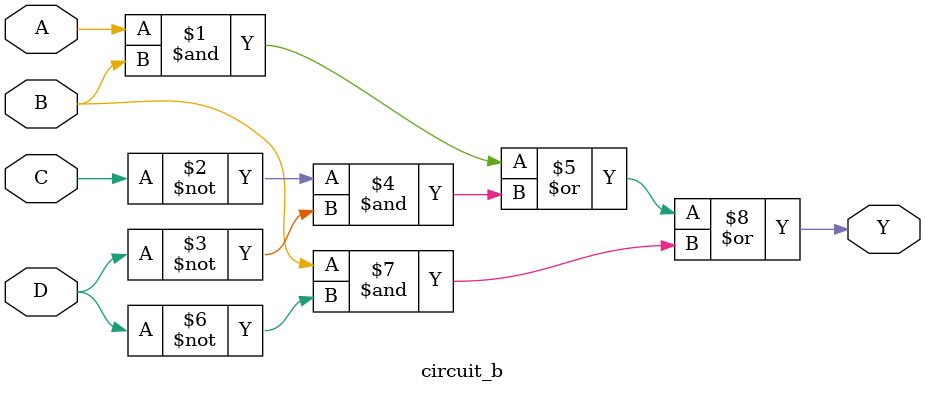
<source format=v>
module circuit_b (
    input A,B,C,D,
    output Y
);

    assign Y = (A&B) | (~C&~D) | (B&~D)
;
endmodule

</source>
